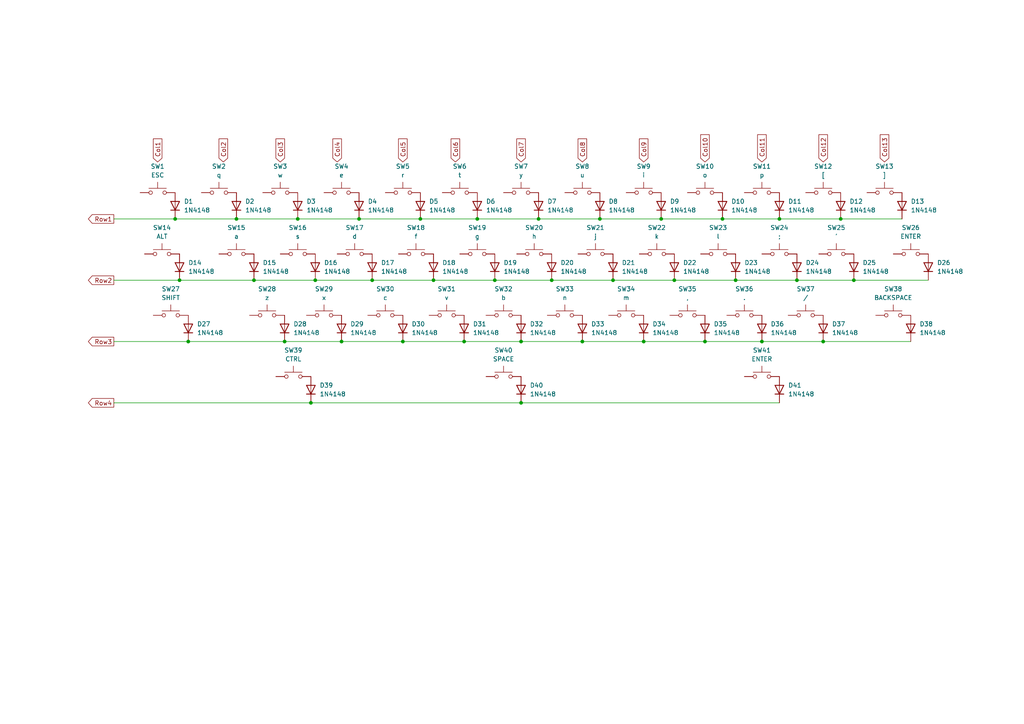
<source format=kicad_sch>
(kicad_sch (version 20250114) (generator "eeschema") (generator_version "9.0")
  (paper "A4")
  (lib_symbols
    (symbol "Diode:1N4148" (pin_numbers (hide yes)) (pin_names (hide yes))
      (property "Reference" "D" (at 0 2.54 0))
      (property "Value" "1N4148" (at 0 -2.54 0))
      (symbol "1N4148_0_1"
        (polyline (pts (xy -1.27 1.27) (xy -1.27 -1.27)) (stroke (width 0.254)))
        (polyline (pts (xy 1.27 1.27) (xy 1.27 -1.27) (xy -1.27 0) (xy 1.27 1.27)) (stroke (width 0.254)))
        (polyline (pts (xy 1.27 0) (xy -1.27 0)))
      )
      (symbol "1N4148_1_1"
        (pin passive line (at -3.81 0 0) (length 2.54) (name "K") (number "1"))
        (pin passive line (at 3.81 0 180) (length 2.54) (name "A") (number "2"))
      )
    )
    (symbol "Switch:SW_MEC_5G" (pin_numbers (hide yes)) (pin_names (offset 1.016) (hide yes))
      (property "Reference" "SW" (at 1.27 2.54 0))
      (property "Value" "SW_MEC_5G" (at 0 -1.524 0))
      (symbol "SW_MEC_5G_0_1"
        (circle (center -2.032 0) (radius 0.508))
        (polyline (pts (xy 0 1.27) (xy 0 3.048)))
        (circle (center 2.032 0) (radius 0.508))
        (polyline (pts (xy 2.54 1.27) (xy -2.54 1.27)))
        (pin passive line (at -5.08 0 0) (length 2.54) (name "A") (number "1"))
        (pin passive line (at 5.08 0 180) (length 2.54) (name "B") (number "3"))
      )
      (symbol "SW_MEC_5G_1_1"
        (pin passive line (at -5.08 0 0) (length 2.54) (hide yes) (name "A") (number "2"))
        (pin passive line (at 5.08 0 180) (length 2.54) (hide yes) (name "B") (number "4"))
      )
    )
  )
  (junction (at 138.43 63.5))
  (junction (at 134.62 99.06))
  (junction (at 226.06 63.5))
  (junction (at 52.07 81.28))
  (junction (at 50.8 63.5))
  (junction (at 143.51 81.28))
  (junction (at 90.17 116.84))
  (junction (at 156.21 63.5))
  (junction (at 231.14 81.28))
  (junction (at 168.91 99.06))
  (junction (at 173.99 63.5))
  (junction (at 220.98 99.06))
  (junction (at 177.8 81.28))
  (junction (at 160.02 81.28))
  (junction (at 107.95 81.28))
  (junction (at 104.14 63.5))
  (junction (at 195.58 81.28))
  (junction (at 247.65 81.28))
  (junction (at 54.61 99.06))
  (junction (at 91.44 81.28))
  (junction (at 86.36 63.5))
  (junction (at 121.92 63.5))
  (junction (at 68.58 63.5))
  (junction (at 238.76 99.06))
  (junction (at 82.55 99.06))
  (junction (at 151.13 116.84))
  (junction (at 125.73 81.28))
  (junction (at 191.77 63.5))
  (junction (at 73.66 81.28))
  (junction (at 99.06 99.06))
  (junction (at 209.55 63.5))
  (junction (at 204.47 99.06))
  (junction (at 213.36 81.28))
  (junction (at 243.84 63.5))
  (junction (at 116.84 99.06))
  (junction (at 186.69 99.06))
  (junction (at 151.13 99.06))
  (wire (pts (xy 238.76 99.06) (xy 264.16 99.06)))
  (wire (pts (xy 125.73 81.28) (xy 143.51 81.28)))
  (wire (pts (xy 73.66 81.28) (xy 91.44 81.28)))
  (wire (pts (xy 243.84 63.5) (xy 261.62 63.5)))
  (wire (pts (xy 116.84 99.06) (xy 134.62 99.06)))
  (wire (pts (xy 33.02 63.5) (xy 50.8 63.5)))
  (wire (pts (xy 91.44 81.28) (xy 107.95 81.28)))
  (wire (pts (xy 143.51 81.28) (xy 160.02 81.28)))
  (wire (pts (xy 121.92 63.5) (xy 138.43 63.5)))
  (wire (pts (xy 151.13 116.84) (xy 226.06 116.84)))
  (wire (pts (xy 86.36 63.5) (xy 104.14 63.5)))
  (wire (pts (xy 220.98 99.06) (xy 238.76 99.06)))
  (wire (pts (xy 195.58 81.28) (xy 213.36 81.28)))
  (wire (pts (xy 138.43 63.5) (xy 156.21 63.5)))
  (wire (pts (xy 68.58 63.5) (xy 86.36 63.5)))
  (wire (pts (xy 54.61 99.06) (xy 82.55 99.06)))
  (wire (pts (xy 156.21 63.5) (xy 173.99 63.5)))
  (wire (pts (xy 186.69 99.06) (xy 204.47 99.06)))
  (wire (pts (xy 50.8 63.5) (xy 68.58 63.5)))
  (wire (pts (xy 231.14 81.28) (xy 247.65 81.28)))
  (wire (pts (xy 33.02 116.84) (xy 90.17 116.84)))
  (wire (pts (xy 226.06 63.5) (xy 243.84 63.5)))
  (wire (pts (xy 209.55 63.5) (xy 226.06 63.5)))
  (wire (pts (xy 134.62 99.06) (xy 151.13 99.06)))
  (wire (pts (xy 173.99 63.5) (xy 191.77 63.5)))
  (wire (pts (xy 33.02 81.28) (xy 52.07 81.28)))
  (wire (pts (xy 82.55 99.06) (xy 99.06 99.06)))
  (wire (pts (xy 151.13 99.06) (xy 168.91 99.06)))
  (wire (pts (xy 104.14 63.5) (xy 121.92 63.5)))
  (wire (pts (xy 177.8 81.28) (xy 195.58 81.28)))
  (wire (pts (xy 213.36 81.28) (xy 231.14 81.28)))
  (wire (pts (xy 33.02 99.06) (xy 54.61 99.06)))
  (wire (pts (xy 168.91 99.06) (xy 186.69 99.06)))
  (wire (pts (xy 52.07 81.28) (xy 73.66 81.28)))
  (wire (pts (xy 191.77 63.5) (xy 209.55 63.5)))
  (wire (pts (xy 90.17 116.84) (xy 151.13 116.84)))
  (wire (pts (xy 247.65 81.28) (xy 269.24 81.28)))
  (wire (pts (xy 107.95 81.28) (xy 125.73 81.28)))
  (wire (pts (xy 99.06 99.06) (xy 116.84 99.06)))
  (wire (pts (xy 204.47 99.06) (xy 220.98 99.06)))
  (wire (pts (xy 160.02 81.28) (xy 177.8 81.28)))
  (global_label "Col13" (shape input) (at 256.54 46.99 90) (property "Intersheetrefs" "${INTERSHEET_REFS}" (effects (hide yes))))
  (global_label "Col1" (shape input) (at 45.72 46.99 90) (property "Intersheetrefs" "${INTERSHEET_REFS}" (effects (hide yes))))
  (global_label "Row4" (shape output) (at 33.02 116.84 180) (property "Intersheetrefs" "${INTERSHEET_REFS}" (effects (hide yes))))
  (global_label "Col2" (shape input) (at 64.77 46.99 90) (property "Intersheetrefs" "${INTERSHEET_REFS}" (effects (hide yes))))
  (global_label "Col8" (shape input) (at 168.91 46.99 90) (property "Intersheetrefs" "${INTERSHEET_REFS}" (effects (hide yes))))
  (global_label "Col3" (shape input) (at 81.28 46.99 90) (property "Intersheetrefs" "${INTERSHEET_REFS}" (effects (hide yes))))
  (global_label "Col11" (shape input) (at 220.98 46.99 90) (property "Intersheetrefs" "${INTERSHEET_REFS}" (effects (hide yes))))
  (global_label "Col7" (shape input) (at 151.13 46.99 90) (property "Intersheetrefs" "${INTERSHEET_REFS}" (effects (hide yes))))
  (global_label "Col6" (shape input) (at 132.08 46.99 90) (property "Intersheetrefs" "${INTERSHEET_REFS}" (effects (hide yes))))
  (global_label "Col12" (shape input) (at 238.76 46.99 90) (property "Intersheetrefs" "${INTERSHEET_REFS}" (effects (hide yes))))
  (global_label "Row2" (shape output) (at 33.02 81.28 180) (property "Intersheetrefs" "${INTERSHEET_REFS}" (effects (hide yes))))
  (global_label "Col9" (shape input) (at 186.69 46.99 90) (property "Intersheetrefs" "${INTERSHEET_REFS}" (effects (hide yes))))
  (global_label "Col5" (shape input) (at 116.84 46.99 90) (property "Intersheetrefs" "${INTERSHEET_REFS}" (effects (hide yes))))
  (global_label "Row3" (shape output) (at 33.02 99.06 180) (property "Intersheetrefs" "${INTERSHEET_REFS}" (effects (hide yes))))
  (global_label "Row1" (shape output) (at 33.02 63.5 180) (property "Intersheetrefs" "${INTERSHEET_REFS}" (effects (hide yes))))
  (global_label "Col10" (shape input) (at 204.47 46.99 90) (property "Intersheetrefs" "${INTERSHEET_REFS}" (effects (hide yes))))
  (global_label "Col4" (shape input) (at 97.79 46.99 90) (property "Intersheetrefs" "${INTERSHEET_REFS}" (effects (hide yes))))
  (symbol (lib_id "Diode:1N4148") (at 82.55 95.25 90) (unit 1)
    (property "Reference" "D28" (at 85.09 93.9799 90) (effects (justify right)))
    (property "Value" "1N4148" (at 85.09 96.5199 90) (effects (justify right)))
    (property "Footprint" "Diode_THT:D_DO-35_SOD27_P7.62mm_Horizontal" (effects (hide yes)))
    (property "Datasheet" "https://assets.nexperia.com/documents/data-sheet/1N4148_1N4448.pdf" (effects (hide yes)))
    (property "Description" "100V 0.15A standard switching diode, DO-35" (effects (hide yes)))
    (property "Sim.Device" "D" (effects (hide yes)))
    (property "Sim.Pins" "1=K 2=A" (effects (hide yes)))
  )
  (symbol (lib_id "Switch:SW_MEC_5G") (at 215.9 91.44 0) (unit 1)
    (property "Reference" "SW36" (at 215.9 83.82 0))
    (property "Value" "." (at 215.9 86.36 0))
    (property "Datasheet" "http://www.apem.com/int/index.php?controller=attachment&id_attachment=488" (effects (hide yes)))
    (property "Description" "MEC 5G single pole normally-open tactile switch" (effects (hide yes)))
  )
  (symbol (lib_id "Switch:SW_MEC_5G") (at 99.06 55.88 0) (unit 1)
    (property "Reference" "SW4" (at 99.06 48.26 0))
    (property "Value" "e" (at 99.06 50.8 0))
    (property "Datasheet" "http://www.apem.com/int/index.php?controller=attachment&id_attachment=488" (effects (hide yes)))
    (property "Description" "MEC 5G single pole normally-open tactile switch" (effects (hide yes)))
  )
  (symbol (lib_id "Diode:1N4148") (at 191.77 59.69 90) (unit 1)
    (property "Reference" "D9" (at 194.31 58.4199 90) (effects (justify right)))
    (property "Value" "1N4148" (at 194.31 60.9599 90) (effects (justify right)))
    (property "Footprint" "Diode_THT:D_DO-35_SOD27_P7.62mm_Horizontal" (effects (hide yes)))
    (property "Datasheet" "https://assets.nexperia.com/documents/data-sheet/1N4148_1N4448.pdf" (effects (hide yes)))
    (property "Description" "100V 0.15A standard switching diode, DO-35" (effects (hide yes)))
    (property "Sim.Device" "D" (effects (hide yes)))
    (property "Sim.Pins" "1=K 2=A" (effects (hide yes)))
  )
  (symbol (lib_id "Switch:SW_MEC_5G") (at 138.43 73.66 0) (unit 1)
    (property "Reference" "SW19" (at 138.43 66.04 0))
    (property "Value" "g" (at 138.43 68.58 0))
    (property "Datasheet" "http://www.apem.com/int/index.php?controller=attachment&id_attachment=488" (effects (hide yes)))
    (property "Description" "MEC 5G single pole normally-open tactile switch" (effects (hide yes)))
  )
  (symbol (lib_id "Switch:SW_MEC_5G") (at 259.08 91.44 0) (unit 1)
    (property "Reference" "SW38" (at 259.08 83.82 0))
    (property "Value" "BACKSPACE" (at 259.08 86.36 0))
    (property "Datasheet" "http://www.apem.com/int/index.php?controller=attachment&id_attachment=488" (effects (hide yes)))
    (property "Description" "MEC 5G single pole normally-open tactile switch" (effects (hide yes)))
  )
  (symbol (lib_id "Switch:SW_MEC_5G") (at 77.47 91.44 0) (unit 1)
    (property "Reference" "SW28" (at 77.47 83.82 0))
    (property "Value" "z" (at 77.47 86.36 0))
    (property "Datasheet" "http://www.apem.com/int/index.php?controller=attachment&id_attachment=488" (effects (hide yes)))
    (property "Description" "MEC 5G single pole normally-open tactile switch" (effects (hide yes)))
  )
  (symbol (lib_id "Switch:SW_MEC_5G") (at 256.54 55.88 0) (unit 1)
    (property "Reference" "SW13" (at 256.54 48.26 0))
    (property "Value" "]" (at 256.54 50.8 0))
    (property "Datasheet" "http://www.apem.com/int/index.php?controller=attachment&id_attachment=488" (effects (hide yes)))
    (property "Description" "MEC 5G single pole normally-open tactile switch" (effects (hide yes)))
  )
  (symbol (lib_id "Switch:SW_MEC_5G") (at 172.72 73.66 0) (unit 1)
    (property "Reference" "SW21" (at 172.72 66.04 0))
    (property "Value" "j" (at 172.72 68.58 0))
    (property "Datasheet" "http://www.apem.com/int/index.php?controller=attachment&id_attachment=488" (effects (hide yes)))
    (property "Description" "MEC 5G single pole normally-open tactile switch" (effects (hide yes)))
  )
  (symbol (lib_id "Switch:SW_MEC_5G") (at 220.98 55.88 0) (unit 1)
    (property "Reference" "SW11" (at 220.98 48.26 0))
    (property "Value" "p" (at 220.98 50.8 0))
    (property "Datasheet" "http://www.apem.com/int/index.php?controller=attachment&id_attachment=488" (effects (hide yes)))
    (property "Description" "MEC 5G single pole normally-open tactile switch" (effects (hide yes)))
  )
  (symbol (lib_id "Diode:1N4148") (at 73.66 77.47 90) (unit 1)
    (property "Reference" "D15" (at 76.2 76.1999 90) (effects (justify right)))
    (property "Value" "1N4148" (at 76.2 78.7399 90) (effects (justify right)))
    (property "Footprint" "Diode_THT:D_DO-35_SOD27_P7.62mm_Horizontal" (effects (hide yes)))
    (property "Datasheet" "https://assets.nexperia.com/documents/data-sheet/1N4148_1N4448.pdf" (effects (hide yes)))
    (property "Description" "100V 0.15A standard switching diode, DO-35" (effects (hide yes)))
    (property "Sim.Device" "D" (effects (hide yes)))
    (property "Sim.Pins" "1=K 2=A" (effects (hide yes)))
  )
  (symbol (lib_id "Diode:1N4148") (at 209.55 59.69 90) (unit 1)
    (property "Reference" "D10" (at 212.09 58.4199 90) (effects (justify right)))
    (property "Value" "1N4148" (at 212.09 60.9599 90) (effects (justify right)))
    (property "Footprint" "Diode_THT:D_DO-35_SOD27_P7.62mm_Horizontal" (effects (hide yes)))
    (property "Datasheet" "https://assets.nexperia.com/documents/data-sheet/1N4148_1N4448.pdf" (effects (hide yes)))
    (property "Description" "100V 0.15A standard switching diode, DO-35" (effects (hide yes)))
    (property "Sim.Device" "D" (effects (hide yes)))
    (property "Sim.Pins" "1=K 2=A" (effects (hide yes)))
  )
  (symbol (lib_id "Diode:1N4148") (at 220.98 95.25 90) (unit 1)
    (property "Reference" "D36" (at 223.52 93.9799 90) (effects (justify right)))
    (property "Value" "1N4148" (at 223.52 96.5199 90) (effects (justify right)))
    (property "Footprint" "Diode_THT:D_DO-35_SOD27_P7.62mm_Horizontal" (effects (hide yes)))
    (property "Datasheet" "https://assets.nexperia.com/documents/data-sheet/1N4148_1N4448.pdf" (effects (hide yes)))
    (property "Description" "100V 0.15A standard switching diode, DO-35" (effects (hide yes)))
    (property "Sim.Device" "D" (effects (hide yes)))
    (property "Sim.Pins" "1=K 2=A" (effects (hide yes)))
  )
  (symbol (lib_id "Switch:SW_MEC_5G") (at 186.69 55.88 0) (unit 1)
    (property "Reference" "SW9" (at 186.69 48.26 0))
    (property "Value" "i" (at 186.69 50.8 0))
    (property "Datasheet" "http://www.apem.com/int/index.php?controller=attachment&id_attachment=488" (effects (hide yes)))
    (property "Description" "MEC 5G single pole normally-open tactile switch" (effects (hide yes)))
  )
  (symbol (lib_id "Diode:1N4148") (at 99.06 95.25 90) (unit 1)
    (property "Reference" "D29" (at 101.6 93.9799 90) (effects (justify right)))
    (property "Value" "1N4148" (at 101.6 96.5199 90) (effects (justify right)))
    (property "Footprint" "Diode_THT:D_DO-35_SOD27_P7.62mm_Horizontal" (effects (hide yes)))
    (property "Datasheet" "https://assets.nexperia.com/documents/data-sheet/1N4148_1N4448.pdf" (effects (hide yes)))
    (property "Description" "100V 0.15A standard switching diode, DO-35" (effects (hide yes)))
    (property "Sim.Device" "D" (effects (hide yes)))
    (property "Sim.Pins" "1=K 2=A" (effects (hide yes)))
  )
  (symbol (lib_id "Switch:SW_MEC_5G") (at 49.53 91.44 0) (unit 1)
    (property "Reference" "SW27" (at 49.53 83.82 0))
    (property "Value" "SHIFT" (at 49.53 86.36 0))
    (property "Datasheet" "http://www.apem.com/int/index.php?controller=attachment&id_attachment=488" (effects (hide yes)))
    (property "Description" "MEC 5G single pole normally-open tactile switch" (effects (hide yes)))
  )
  (symbol (lib_id "Diode:1N4148") (at 86.36 59.69 90) (unit 1)
    (property "Reference" "D3" (at 88.9 58.4199 90) (effects (justify right)))
    (property "Value" "1N4148" (at 88.9 60.9599 90) (effects (justify right)))
    (property "Footprint" "Diode_THT:D_DO-35_SOD27_P7.62mm_Horizontal" (effects (hide yes)))
    (property "Datasheet" "https://assets.nexperia.com/documents/data-sheet/1N4148_1N4448.pdf" (effects (hide yes)))
    (property "Description" "100V 0.15A standard switching diode, DO-35" (effects (hide yes)))
    (property "Sim.Device" "D" (effects (hide yes)))
    (property "Sim.Pins" "1=K 2=A" (effects (hide yes)))
  )
  (symbol (lib_id "Diode:1N4148") (at 226.06 59.69 90) (unit 1)
    (property "Reference" "D11" (at 228.6 58.4199 90) (effects (justify right)))
    (property "Value" "1N4148" (at 228.6 60.9599 90) (effects (justify right)))
    (property "Footprint" "Diode_THT:D_DO-35_SOD27_P7.62mm_Horizontal" (effects (hide yes)))
    (property "Datasheet" "https://assets.nexperia.com/documents/data-sheet/1N4148_1N4448.pdf" (effects (hide yes)))
    (property "Description" "100V 0.15A standard switching diode, DO-35" (effects (hide yes)))
    (property "Sim.Device" "D" (effects (hide yes)))
    (property "Sim.Pins" "1=K 2=A" (effects (hide yes)))
  )
  (symbol (lib_id "Diode:1N4148") (at 134.62 95.25 90) (unit 1)
    (property "Reference" "D31" (at 137.16 93.9799 90) (effects (justify right)))
    (property "Value" "1N4148" (at 137.16 96.5199 90) (effects (justify right)))
    (property "Footprint" "Diode_THT:D_DO-35_SOD27_P7.62mm_Horizontal" (effects (hide yes)))
    (property "Datasheet" "https://assets.nexperia.com/documents/data-sheet/1N4148_1N4448.pdf" (effects (hide yes)))
    (property "Description" "100V 0.15A standard switching diode, DO-35" (effects (hide yes)))
    (property "Sim.Device" "D" (effects (hide yes)))
    (property "Sim.Pins" "1=K 2=A" (effects (hide yes)))
  )
  (symbol (lib_id "Diode:1N4148") (at 226.06 113.03 90) (unit 1)
    (property "Reference" "D41" (at 228.6 111.7599 90) (effects (justify right)))
    (property "Value" "1N4148" (at 228.6 114.2999 90) (effects (justify right)))
    (property "Footprint" "Diode_THT:D_DO-35_SOD27_P7.62mm_Horizontal" (effects (hide yes)))
    (property "Datasheet" "https://assets.nexperia.com/documents/data-sheet/1N4148_1N4448.pdf" (effects (hide yes)))
    (property "Description" "100V 0.15A standard switching diode, DO-35" (effects (hide yes)))
    (property "Sim.Device" "D" (effects (hide yes)))
    (property "Sim.Pins" "1=K 2=A" (effects (hide yes)))
  )
  (symbol (lib_id "Switch:SW_MEC_5G") (at 154.94 73.66 0) (unit 1)
    (property "Reference" "SW20" (at 154.94 66.04 0))
    (property "Value" "h" (at 154.94 68.58 0))
    (property "Datasheet" "http://www.apem.com/int/index.php?controller=attachment&id_attachment=488" (effects (hide yes)))
    (property "Description" "MEC 5G single pole normally-open tactile switch" (effects (hide yes)))
  )
  (symbol (lib_id "Diode:1N4148") (at 213.36 77.47 90) (unit 1)
    (property "Reference" "D23" (at 215.9 76.1999 90) (effects (justify right)))
    (property "Value" "1N4148" (at 215.9 78.7399 90) (effects (justify right)))
    (property "Footprint" "Diode_THT:D_DO-35_SOD27_P7.62mm_Horizontal" (effects (hide yes)))
    (property "Datasheet" "https://assets.nexperia.com/documents/data-sheet/1N4148_1N4448.pdf" (effects (hide yes)))
    (property "Description" "100V 0.15A standard switching diode, DO-35" (effects (hide yes)))
    (property "Sim.Device" "D" (effects (hide yes)))
    (property "Sim.Pins" "1=K 2=A" (effects (hide yes)))
  )
  (symbol (lib_id "Switch:SW_MEC_5G") (at 226.06 73.66 0) (unit 1)
    (property "Reference" "SW24" (at 226.06 66.04 0))
    (property "Value" ";" (at 226.06 68.58 0))
    (property "Datasheet" "http://www.apem.com/int/index.php?controller=attachment&id_attachment=488" (effects (hide yes)))
    (property "Description" "MEC 5G single pole normally-open tactile switch" (effects (hide yes)))
  )
  (symbol (lib_id "Switch:SW_MEC_5G") (at 81.28 55.88 0) (unit 1)
    (property "Reference" "SW3" (at 81.28 48.26 0))
    (property "Value" "w" (at 81.28 50.8 0))
    (property "Datasheet" "http://www.apem.com/int/index.php?controller=attachment&id_attachment=488" (effects (hide yes)))
    (property "Description" "MEC 5G single pole normally-open tactile switch" (effects (hide yes)))
  )
  (symbol (lib_id "Diode:1N4148") (at 125.73 77.47 90) (unit 1)
    (property "Reference" "D18" (at 128.27 76.1999 90) (effects (justify right)))
    (property "Value" "1N4148" (at 128.27 78.7399 90) (effects (justify right)))
    (property "Footprint" "Diode_THT:D_DO-35_SOD27_P7.62mm_Horizontal" (effects (hide yes)))
    (property "Datasheet" "https://assets.nexperia.com/documents/data-sheet/1N4148_1N4448.pdf" (effects (hide yes)))
    (property "Description" "100V 0.15A standard switching diode, DO-35" (effects (hide yes)))
    (property "Sim.Device" "D" (effects (hide yes)))
    (property "Sim.Pins" "1=K 2=A" (effects (hide yes)))
  )
  (symbol (lib_id "Switch:SW_MEC_5G") (at 233.68 91.44 0) (unit 1)
    (property "Reference" "SW37" (at 233.68 83.82 0))
    (property "Value" "/" (at 233.68 86.36 0))
    (property "Datasheet" "http://www.apem.com/int/index.php?controller=attachment&id_attachment=488" (effects (hide yes)))
    (property "Description" "MEC 5G single pole normally-open tactile switch" (effects (hide yes)))
  )
  (symbol (lib_id "Switch:SW_MEC_5G") (at 116.84 55.88 0) (unit 1)
    (property "Reference" "SW5" (at 116.84 48.26 0))
    (property "Value" "r" (at 116.84 50.8 0))
    (property "Datasheet" "http://www.apem.com/int/index.php?controller=attachment&id_attachment=488" (effects (hide yes)))
    (property "Description" "MEC 5G single pole normally-open tactile switch" (effects (hide yes)))
  )
  (symbol (lib_id "Diode:1N4148") (at 160.02 77.47 90) (unit 1)
    (property "Reference" "D20" (at 162.56 76.1999 90) (effects (justify right)))
    (property "Value" "1N4148" (at 162.56 78.7399 90) (effects (justify right)))
    (property "Footprint" "Diode_THT:D_DO-35_SOD27_P7.62mm_Horizontal" (effects (hide yes)))
    (property "Datasheet" "https://assets.nexperia.com/documents/data-sheet/1N4148_1N4448.pdf" (effects (hide yes)))
    (property "Description" "100V 0.15A standard switching diode, DO-35" (effects (hide yes)))
    (property "Sim.Device" "D" (effects (hide yes)))
    (property "Sim.Pins" "1=K 2=A" (effects (hide yes)))
  )
  (symbol (lib_id "Switch:SW_MEC_5G") (at 199.39 91.44 0) (unit 1)
    (property "Reference" "SW35" (at 199.39 83.82 0))
    (property "Value" "," (at 199.39 86.36 0))
    (property "Datasheet" "http://www.apem.com/int/index.php?controller=attachment&id_attachment=488" (effects (hide yes)))
    (property "Description" "MEC 5G single pole normally-open tactile switch" (effects (hide yes)))
  )
  (symbol (lib_id "Switch:SW_MEC_5G") (at 111.76 91.44 0) (unit 1)
    (property "Reference" "SW30" (at 111.76 83.82 0))
    (property "Value" "c" (at 111.76 86.36 0))
    (property "Datasheet" "http://www.apem.com/int/index.php?controller=attachment&id_attachment=488" (effects (hide yes)))
    (property "Description" "MEC 5G single pole normally-open tactile switch" (effects (hide yes)))
  )
  (symbol (lib_id "Diode:1N4148") (at 204.47 95.25 90) (unit 1)
    (property "Reference" "D35" (at 207.01 93.9799 90) (effects (justify right)))
    (property "Value" "1N4148" (at 207.01 96.5199 90) (effects (justify right)))
    (property "Footprint" "Diode_THT:D_DO-35_SOD27_P7.62mm_Horizontal" (effects (hide yes)))
    (property "Datasheet" "https://assets.nexperia.com/documents/data-sheet/1N4148_1N4448.pdf" (effects (hide yes)))
    (property "Description" "100V 0.15A standard switching diode, DO-35" (effects (hide yes)))
    (property "Sim.Device" "D" (effects (hide yes)))
    (property "Sim.Pins" "1=K 2=A" (effects (hide yes)))
  )
  (symbol (lib_id "Diode:1N4148") (at 231.14 77.47 90) (unit 1)
    (property "Reference" "D24" (at 233.68 76.1999 90) (effects (justify right)))
    (property "Value" "1N4148" (at 233.68 78.7399 90) (effects (justify right)))
    (property "Footprint" "Diode_THT:D_DO-35_SOD27_P7.62mm_Horizontal" (effects (hide yes)))
    (property "Datasheet" "https://assets.nexperia.com/documents/data-sheet/1N4148_1N4448.pdf" (effects (hide yes)))
    (property "Description" "100V 0.15A standard switching diode, DO-35" (effects (hide yes)))
    (property "Sim.Device" "D" (effects (hide yes)))
    (property "Sim.Pins" "1=K 2=A" (effects (hide yes)))
  )
  (symbol (lib_id "Switch:SW_MEC_5G") (at 264.16 73.66 0) (unit 1)
    (property "Reference" "SW26" (at 264.16 66.04 0))
    (property "Value" "ENTER" (at 264.16 68.58 0))
    (property "Datasheet" "http://www.apem.com/int/index.php?controller=attachment&id_attachment=488" (effects (hide yes)))
    (property "Description" "MEC 5G single pole normally-open tactile switch" (effects (hide yes)))
  )
  (symbol (lib_id "Switch:SW_MEC_5G") (at 68.58 73.66 0) (unit 1)
    (property "Reference" "SW15" (at 68.58 66.04 0))
    (property "Value" "a" (at 68.58 68.58 0))
    (property "Datasheet" "http://www.apem.com/int/index.php?controller=attachment&id_attachment=488" (effects (hide yes)))
    (property "Description" "MEC 5G single pole normally-open tactile switch" (effects (hide yes)))
  )
  (symbol (lib_id "Switch:SW_MEC_5G") (at 102.87 73.66 0) (unit 1)
    (property "Reference" "SW17" (at 102.87 66.04 0))
    (property "Value" "d" (at 102.87 68.58 0))
    (property "Datasheet" "http://www.apem.com/int/index.php?controller=attachment&id_attachment=488" (effects (hide yes)))
    (property "Description" "MEC 5G single pole normally-open tactile switch" (effects (hide yes)))
  )
  (symbol (lib_id "Diode:1N4148") (at 186.69 95.25 90) (unit 1)
    (property "Reference" "D34" (at 189.23 93.9799 90) (effects (justify right)))
    (property "Value" "1N4148" (at 189.23 96.5199 90) (effects (justify right)))
    (property "Footprint" "Diode_THT:D_DO-35_SOD27_P7.62mm_Horizontal" (effects (hide yes)))
    (property "Datasheet" "https://assets.nexperia.com/documents/data-sheet/1N4148_1N4448.pdf" (effects (hide yes)))
    (property "Description" "100V 0.15A standard switching diode, DO-35" (effects (hide yes)))
    (property "Sim.Device" "D" (effects (hide yes)))
    (property "Sim.Pins" "1=K 2=A" (effects (hide yes)))
  )
  (symbol (lib_id "Diode:1N4148") (at 243.84 59.69 90) (unit 1)
    (property "Reference" "D12" (at 246.38 58.4199 90) (effects (justify right)))
    (property "Value" "1N4148" (at 246.38 60.9599 90) (effects (justify right)))
    (property "Footprint" "Diode_THT:D_DO-35_SOD27_P7.62mm_Horizontal" (effects (hide yes)))
    (property "Datasheet" "https://assets.nexperia.com/documents/data-sheet/1N4148_1N4448.pdf" (effects (hide yes)))
    (property "Description" "100V 0.15A standard switching diode, DO-35" (effects (hide yes)))
    (property "Sim.Device" "D" (effects (hide yes)))
    (property "Sim.Pins" "1=K 2=A" (effects (hide yes)))
  )
  (symbol (lib_id "Diode:1N4148") (at 195.58 77.47 90) (unit 1)
    (property "Reference" "D22" (at 198.12 76.1999 90) (effects (justify right)))
    (property "Value" "1N4148" (at 198.12 78.7399 90) (effects (justify right)))
    (property "Footprint" "Diode_THT:D_DO-35_SOD27_P7.62mm_Horizontal" (effects (hide yes)))
    (property "Datasheet" "https://assets.nexperia.com/documents/data-sheet/1N4148_1N4448.pdf" (effects (hide yes)))
    (property "Description" "100V 0.15A standard switching diode, DO-35" (effects (hide yes)))
    (property "Sim.Device" "D" (effects (hide yes)))
    (property "Sim.Pins" "1=K 2=A" (effects (hide yes)))
  )
  (symbol (lib_id "Switch:SW_MEC_5G") (at 45.72 55.88 0) (unit 1)
    (property "Reference" "SW1" (at 45.72 48.26 0))
    (property "Value" "ESC" (at 45.72 50.8 0))
    (property "Datasheet" "http://www.apem.com/int/index.php?controller=attachment&id_attachment=488" (effects (hide yes)))
    (property "Description" "MEC 5G single pole normally-open tactile switch" (effects (hide yes)))
  )
  (symbol (lib_id "Diode:1N4148") (at 261.62 59.69 90) (unit 1)
    (property "Reference" "D13" (at 264.16 58.4199 90) (effects (justify right)))
    (property "Value" "1N4148" (at 264.16 60.9599 90) (effects (justify right)))
    (property "Footprint" "Diode_THT:D_DO-35_SOD27_P7.62mm_Horizontal" (effects (hide yes)))
    (property "Datasheet" "https://assets.nexperia.com/documents/data-sheet/1N4148_1N4448.pdf" (effects (hide yes)))
    (property "Description" "100V 0.15A standard switching diode, DO-35" (effects (hide yes)))
    (property "Sim.Device" "D" (effects (hide yes)))
    (property "Sim.Pins" "1=K 2=A" (effects (hide yes)))
  )
  (symbol (lib_id "Diode:1N4148") (at 247.65 77.47 90) (unit 1)
    (property "Reference" "D25" (at 250.19 76.1999 90) (effects (justify right)))
    (property "Value" "1N4148" (at 250.19 78.7399 90) (effects (justify right)))
    (property "Footprint" "Diode_THT:D_DO-35_SOD27_P7.62mm_Horizontal" (effects (hide yes)))
    (property "Datasheet" "https://assets.nexperia.com/documents/data-sheet/1N4148_1N4448.pdf" (effects (hide yes)))
    (property "Description" "100V 0.15A standard switching diode, DO-35" (effects (hide yes)))
    (property "Sim.Device" "D" (effects (hide yes)))
    (property "Sim.Pins" "1=K 2=A" (effects (hide yes)))
  )
  (symbol (lib_id "Diode:1N4148") (at 143.51 77.47 90) (unit 1)
    (property "Reference" "D19" (at 146.05 76.1999 90) (effects (justify right)))
    (property "Value" "1N4148" (at 146.05 78.7399 90) (effects (justify right)))
    (property "Footprint" "Diode_THT:D_DO-35_SOD27_P7.62mm_Horizontal" (effects (hide yes)))
    (property "Datasheet" "https://assets.nexperia.com/documents/data-sheet/1N4148_1N4448.pdf" (effects (hide yes)))
    (property "Description" "100V 0.15A standard switching diode, DO-35" (effects (hide yes)))
    (property "Sim.Device" "D" (effects (hide yes)))
    (property "Sim.Pins" "1=K 2=A" (effects (hide yes)))
  )
  (symbol (lib_id "Diode:1N4148") (at 151.13 113.03 90) (unit 1)
    (property "Reference" "D40" (at 153.67 111.7599 90) (effects (justify right)))
    (property "Value" "1N4148" (at 153.67 114.2999 90) (effects (justify right)))
    (property "Footprint" "Diode_THT:D_DO-35_SOD27_P7.62mm_Horizontal" (effects (hide yes)))
    (property "Datasheet" "https://assets.nexperia.com/documents/data-sheet/1N4148_1N4448.pdf" (effects (hide yes)))
    (property "Description" "100V 0.15A standard switching diode, DO-35" (effects (hide yes)))
    (property "Sim.Device" "D" (effects (hide yes)))
    (property "Sim.Pins" "1=K 2=A" (effects (hide yes)))
  )
  (symbol (lib_id "Diode:1N4148") (at 173.99 59.69 90) (unit 1)
    (property "Reference" "D8" (at 176.53 58.4199 90) (effects (justify right)))
    (property "Value" "1N4148" (at 176.53 60.9599 90) (effects (justify right)))
    (property "Footprint" "Diode_THT:D_DO-35_SOD27_P7.62mm_Horizontal" (effects (hide yes)))
    (property "Datasheet" "https://assets.nexperia.com/documents/data-sheet/1N4148_1N4448.pdf" (effects (hide yes)))
    (property "Description" "100V 0.15A standard switching diode, DO-35" (effects (hide yes)))
    (property "Sim.Device" "D" (effects (hide yes)))
    (property "Sim.Pins" "1=K 2=A" (effects (hide yes)))
  )
  (symbol (lib_id "Switch:SW_MEC_5G") (at 204.47 55.88 0) (unit 1)
    (property "Reference" "SW10" (at 204.47 48.26 0))
    (property "Value" "o" (at 204.47 50.8 0))
    (property "Datasheet" "http://www.apem.com/int/index.php?controller=attachment&id_attachment=488" (effects (hide yes)))
    (property "Description" "MEC 5G single pole normally-open tactile switch" (effects (hide yes)))
  )
  (symbol (lib_id "Switch:SW_MEC_5G") (at 129.54 91.44 0) (unit 1)
    (property "Reference" "SW31" (at 129.54 83.82 0))
    (property "Value" "v" (at 129.54 86.36 0))
    (property "Datasheet" "http://www.apem.com/int/index.php?controller=attachment&id_attachment=488" (effects (hide yes)))
    (property "Description" "MEC 5G single pole normally-open tactile switch" (effects (hide yes)))
  )
  (symbol (lib_id "Diode:1N4148") (at 91.44 77.47 90) (unit 1)
    (property "Reference" "D16" (at 93.98 76.1999 90) (effects (justify right)))
    (property "Value" "1N4148" (at 93.98 78.7399 90) (effects (justify right)))
    (property "Footprint" "Diode_THT:D_DO-35_SOD27_P7.62mm_Horizontal" (effects (hide yes)))
    (property "Datasheet" "https://assets.nexperia.com/documents/data-sheet/1N4148_1N4448.pdf" (effects (hide yes)))
    (property "Description" "100V 0.15A standard switching diode, DO-35" (effects (hide yes)))
    (property "Sim.Device" "D" (effects (hide yes)))
    (property "Sim.Pins" "1=K 2=A" (effects (hide yes)))
  )
  (symbol (lib_id "Switch:SW_MEC_5G") (at 85.09 109.22 0) (unit 1)
    (property "Reference" "SW39" (at 85.09 101.6 0))
    (property "Value" "CTRL" (at 85.09 104.14 0))
    (property "Datasheet" "http://www.apem.com/int/index.php?controller=attachment&id_attachment=488" (effects (hide yes)))
    (property "Description" "MEC 5G single pole normally-open tactile switch" (effects (hide yes)))
  )
  (symbol (lib_id "Diode:1N4148") (at 50.8 59.69 90) (unit 1)
    (property "Reference" "D1" (at 53.34 58.4199 90) (effects (justify right)))
    (property "Value" "1N4148" (at 53.34 60.9599 90) (effects (justify right)))
    (property "Footprint" "Diode_THT:D_DO-35_SOD27_P7.62mm_Horizontal" (effects (hide yes)))
    (property "Datasheet" "https://assets.nexperia.com/documents/data-sheet/1N4148_1N4448.pdf" (effects (hide yes)))
    (property "Description" "100V 0.15A standard switching diode, DO-35" (effects (hide yes)))
    (property "Sim.Device" "D" (effects (hide yes)))
    (property "Sim.Pins" "1=K 2=A" (effects (hide yes)))
  )
  (symbol (lib_id "Diode:1N4148") (at 151.13 95.25 90) (unit 1)
    (property "Reference" "D32" (at 153.67 93.9799 90) (effects (justify right)))
    (property "Value" "1N4148" (at 153.67 96.5199 90) (effects (justify right)))
    (property "Footprint" "Diode_THT:D_DO-35_SOD27_P7.62mm_Horizontal" (effects (hide yes)))
    (property "Datasheet" "https://assets.nexperia.com/documents/data-sheet/1N4148_1N4448.pdf" (effects (hide yes)))
    (property "Description" "100V 0.15A standard switching diode, DO-35" (effects (hide yes)))
    (property "Sim.Device" "D" (effects (hide yes)))
    (property "Sim.Pins" "1=K 2=A" (effects (hide yes)))
  )
  (symbol (lib_id "Switch:SW_MEC_5G") (at 190.5 73.66 0) (unit 1)
    (property "Reference" "SW22" (at 190.5 66.04 0))
    (property "Value" "k" (at 190.5 68.58 0))
    (property "Datasheet" "http://www.apem.com/int/index.php?controller=attachment&id_attachment=488" (effects (hide yes)))
    (property "Description" "MEC 5G single pole normally-open tactile switch" (effects (hide yes)))
  )
  (symbol (lib_id "Switch:SW_MEC_5G") (at 63.5 55.88 0) (unit 1)
    (property "Reference" "SW2" (at 63.5 48.26 0))
    (property "Value" "q" (at 63.5 50.8 0))
    (property "Datasheet" "http://www.apem.com/int/index.php?controller=attachment&id_attachment=488" (effects (hide yes)))
    (property "Description" "MEC 5G single pole normally-open tactile switch" (effects (hide yes)))
  )
  (symbol (lib_id "Switch:SW_MEC_5G") (at 120.65 73.66 0) (unit 1)
    (property "Reference" "SW18" (at 120.65 66.04 0))
    (property "Value" "f" (at 120.65 68.58 0))
    (property "Datasheet" "http://www.apem.com/int/index.php?controller=attachment&id_attachment=488" (effects (hide yes)))
    (property "Description" "MEC 5G single pole normally-open tactile switch" (effects (hide yes)))
  )
  (symbol (lib_id "Diode:1N4148") (at 52.07 77.47 90) (unit 1)
    (property "Reference" "D14" (at 54.61 76.1999 90) (effects (justify right)))
    (property "Value" "1N4148" (at 54.61 78.7399 90) (effects (justify right)))
    (property "Footprint" "Diode_THT:D_DO-35_SOD27_P7.62mm_Horizontal" (effects (hide yes)))
    (property "Datasheet" "https://assets.nexperia.com/documents/data-sheet/1N4148_1N4448.pdf" (effects (hide yes)))
    (property "Description" "100V 0.15A standard switching diode, DO-35" (effects (hide yes)))
    (property "Sim.Device" "D" (effects (hide yes)))
    (property "Sim.Pins" "1=K 2=A" (effects (hide yes)))
  )
  (symbol (lib_id "Switch:SW_MEC_5G") (at 133.35 55.88 0) (unit 1)
    (property "Reference" "SW6" (at 133.35 48.26 0))
    (property "Value" "t" (at 133.35 50.8 0))
    (property "Datasheet" "http://www.apem.com/int/index.php?controller=attachment&id_attachment=488" (effects (hide yes)))
    (property "Description" "MEC 5G single pole normally-open tactile switch" (effects (hide yes)))
  )
  (symbol (lib_id "Switch:SW_MEC_5G") (at 220.98 109.22 0) (unit 1)
    (property "Reference" "SW41" (at 220.98 101.6 0))
    (property "Value" "ENTER" (at 220.98 104.14 0))
    (property "Datasheet" "http://www.apem.com/int/index.php?controller=attachment&id_attachment=488" (effects (hide yes)))
    (property "Description" "MEC 5G single pole normally-open tactile switch" (effects (hide yes)))
  )
  (symbol (lib_id "Switch:SW_MEC_5G") (at 146.05 109.22 0) (unit 1)
    (property "Reference" "SW40" (at 146.05 101.6 0))
    (property "Value" "SPACE" (at 146.05 104.14 0))
    (property "Datasheet" "http://www.apem.com/int/index.php?controller=attachment&id_attachment=488" (effects (hide yes)))
    (property "Description" "MEC 5G single pole normally-open tactile switch" (effects (hide yes)))
  )
  (symbol (lib_id "Switch:SW_MEC_5G") (at 163.83 91.44 0) (unit 1)
    (property "Reference" "SW33" (at 163.83 83.82 0))
    (property "Value" "n" (at 163.83 86.36 0))
    (property "Datasheet" "http://www.apem.com/int/index.php?controller=attachment&id_attachment=488" (effects (hide yes)))
    (property "Description" "MEC 5G single pole normally-open tactile switch" (effects (hide yes)))
  )
  (symbol (lib_id "Diode:1N4148") (at 269.24 77.47 90) (unit 1)
    (property "Reference" "D26" (at 271.78 76.1999 90) (effects (justify right)))
    (property "Value" "1N4148" (at 271.78 78.7399 90) (effects (justify right)))
    (property "Footprint" "Diode_THT:D_DO-35_SOD27_P7.62mm_Horizontal" (effects (hide yes)))
    (property "Datasheet" "https://assets.nexperia.com/documents/data-sheet/1N4148_1N4448.pdf" (effects (hide yes)))
    (property "Description" "100V 0.15A standard switching diode, DO-35" (effects (hide yes)))
    (property "Sim.Device" "D" (effects (hide yes)))
    (property "Sim.Pins" "1=K 2=A" (effects (hide yes)))
  )
  (symbol (lib_id "Diode:1N4148") (at 107.95 77.47 90) (unit 1)
    (property "Reference" "D17" (at 110.49 76.1999 90) (effects (justify right)))
    (property "Value" "1N4148" (at 110.49 78.7399 90) (effects (justify right)))
    (property "Footprint" "Diode_THT:D_DO-35_SOD27_P7.62mm_Horizontal" (effects (hide yes)))
    (property "Datasheet" "https://assets.nexperia.com/documents/data-sheet/1N4148_1N4448.pdf" (effects (hide yes)))
    (property "Description" "100V 0.15A standard switching diode, DO-35" (effects (hide yes)))
    (property "Sim.Device" "D" (effects (hide yes)))
    (property "Sim.Pins" "1=K 2=A" (effects (hide yes)))
  )
  (symbol (lib_id "Diode:1N4148") (at 156.21 59.69 90) (unit 1)
    (property "Reference" "D7" (at 158.75 58.4199 90) (effects (justify right)))
    (property "Value" "1N4148" (at 158.75 60.9599 90) (effects (justify right)))
    (property "Footprint" "Diode_THT:D_DO-35_SOD27_P7.62mm_Horizontal" (effects (hide yes)))
    (property "Datasheet" "https://assets.nexperia.com/documents/data-sheet/1N4148_1N4448.pdf" (effects (hide yes)))
    (property "Description" "100V 0.15A standard switching diode, DO-35" (effects (hide yes)))
    (property "Sim.Device" "D" (effects (hide yes)))
    (property "Sim.Pins" "1=K 2=A" (effects (hide yes)))
  )
  (symbol (lib_id "Switch:SW_MEC_5G") (at 208.28 73.66 0) (unit 1)
    (property "Reference" "SW23" (at 208.28 66.04 0))
    (property "Value" "l" (at 208.28 68.58 0))
    (property "Datasheet" "http://www.apem.com/int/index.php?controller=attachment&id_attachment=488" (effects (hide yes)))
    (property "Description" "MEC 5G single pole normally-open tactile switch" (effects (hide yes)))
  )
  (symbol (lib_id "Diode:1N4148") (at 90.17 113.03 90) (unit 1)
    (property "Reference" "D39" (at 92.71 111.7599 90) (effects (justify right)))
    (property "Value" "1N4148" (at 92.71 114.2999 90) (effects (justify right)))
    (property "Footprint" "Diode_THT:D_DO-35_SOD27_P7.62mm_Horizontal" (effects (hide yes)))
    (property "Datasheet" "https://assets.nexperia.com/documents/data-sheet/1N4148_1N4448.pdf" (effects (hide yes)))
    (property "Description" "100V 0.15A standard switching diode, DO-35" (effects (hide yes)))
    (property "Sim.Device" "D" (effects (hide yes)))
    (property "Sim.Pins" "1=K 2=A" (effects (hide yes)))
  )
  (symbol (lib_id "Switch:SW_MEC_5G") (at 168.91 55.88 0) (unit 1)
    (property "Reference" "SW8" (at 168.91 48.26 0))
    (property "Value" "u" (at 168.91 50.8 0))
    (property "Datasheet" "http://www.apem.com/int/index.php?controller=attachment&id_attachment=488" (effects (hide yes)))
    (property "Description" "MEC 5G single pole normally-open tactile switch" (effects (hide yes)))
  )
  (symbol (lib_id "Diode:1N4148") (at 121.92 59.69 90) (unit 1)
    (property "Reference" "D5" (at 124.46 58.4199 90) (effects (justify right)))
    (property "Value" "1N4148" (at 124.46 60.9599 90) (effects (justify right)))
    (property "Footprint" "Diode_THT:D_DO-35_SOD27_P7.62mm_Horizontal" (effects (hide yes)))
    (property "Datasheet" "https://assets.nexperia.com/documents/data-sheet/1N4148_1N4448.pdf" (effects (hide yes)))
    (property "Description" "100V 0.15A standard switching diode, DO-35" (effects (hide yes)))
    (property "Sim.Device" "D" (effects (hide yes)))
    (property "Sim.Pins" "1=K 2=A" (effects (hide yes)))
  )
  (symbol (lib_id "Diode:1N4148") (at 116.84 95.25 90) (unit 1)
    (property "Reference" "D30" (at 119.38 93.9799 90) (effects (justify right)))
    (property "Value" "1N4148" (at 119.38 96.5199 90) (effects (justify right)))
    (property "Footprint" "Diode_THT:D_DO-35_SOD27_P7.62mm_Horizontal" (effects (hide yes)))
    (property "Datasheet" "https://assets.nexperia.com/documents/data-sheet/1N4148_1N4448.pdf" (effects (hide yes)))
    (property "Description" "100V 0.15A standard switching diode, DO-35" (effects (hide yes)))
    (property "Sim.Device" "D" (effects (hide yes)))
    (property "Sim.Pins" "1=K 2=A" (effects (hide yes)))
  )
  (symbol (lib_id "Diode:1N4148") (at 68.58 59.69 90) (unit 1)
    (property "Reference" "D2" (at 71.12 58.4199 90) (effects (justify right)))
    (property "Value" "1N4148" (at 71.12 60.9599 90) (effects (justify right)))
    (property "Footprint" "Diode_THT:D_DO-35_SOD27_P7.62mm_Horizontal" (effects (hide yes)))
    (property "Datasheet" "https://assets.nexperia.com/documents/data-sheet/1N4148_1N4448.pdf" (effects (hide yes)))
    (property "Description" "100V 0.15A standard switching diode, DO-35" (effects (hide yes)))
    (property "Sim.Device" "D" (effects (hide yes)))
    (property "Sim.Pins" "1=K 2=A" (effects (hide yes)))
  )
  (symbol (lib_id "Diode:1N4148") (at 54.61 95.25 90) (unit 1)
    (property "Reference" "D27" (at 57.15 93.9799 90) (effects (justify right)))
    (property "Value" "1N4148" (at 57.15 96.5199 90) (effects (justify right)))
    (property "Footprint" "Diode_THT:D_DO-35_SOD27_P7.62mm_Horizontal" (effects (hide yes)))
    (property "Datasheet" "https://assets.nexperia.com/documents/data-sheet/1N4148_1N4448.pdf" (effects (hide yes)))
    (property "Description" "100V 0.15A standard switching diode, DO-35" (effects (hide yes)))
    (property "Sim.Device" "D" (effects (hide yes)))
    (property "Sim.Pins" "1=K 2=A" (effects (hide yes)))
  )
  (symbol (lib_id "Switch:SW_MEC_5G") (at 181.61 91.44 0) (unit 1)
    (property "Reference" "SW34" (at 181.61 83.82 0))
    (property "Value" "m" (at 181.61 86.36 0))
    (property "Datasheet" "http://www.apem.com/int/index.php?controller=attachment&id_attachment=488" (effects (hide yes)))
    (property "Description" "MEC 5G single pole normally-open tactile switch" (effects (hide yes)))
  )
  (symbol (lib_id "Switch:SW_MEC_5G") (at 46.99 73.66 0) (unit 1)
    (property "Reference" "SW14" (at 46.99 66.04 0))
    (property "Value" "ALT" (at 46.99 68.58 0))
    (property "Datasheet" "http://www.apem.com/int/index.php?controller=attachment&id_attachment=488" (effects (hide yes)))
    (property "Description" "MEC 5G single pole normally-open tactile switch" (effects (hide yes)))
  )
  (symbol (lib_id "Switch:SW_MEC_5G") (at 93.98 91.44 0) (unit 1)
    (property "Reference" "SW29" (at 93.98 83.82 0))
    (property "Value" "x" (at 93.98 86.36 0))
    (property "Datasheet" "http://www.apem.com/int/index.php?controller=attachment&id_attachment=488" (effects (hide yes)))
    (property "Description" "MEC 5G single pole normally-open tactile switch" (effects (hide yes)))
  )
  (symbol (lib_id "Diode:1N4148") (at 138.43 59.69 90) (unit 1)
    (property "Reference" "D6" (at 140.97 58.4199 90) (effects (justify right)))
    (property "Value" "1N4148" (at 140.97 60.9599 90) (effects (justify right)))
    (property "Footprint" "Diode_THT:D_DO-35_SOD27_P7.62mm_Horizontal" (effects (hide yes)))
    (property "Datasheet" "https://assets.nexperia.com/documents/data-sheet/1N4148_1N4448.pdf" (effects (hide yes)))
    (property "Description" "100V 0.15A standard switching diode, DO-35" (effects (hide yes)))
    (property "Sim.Device" "D" (effects (hide yes)))
    (property "Sim.Pins" "1=K 2=A" (effects (hide yes)))
  )
  (symbol (lib_id "Switch:SW_MEC_5G") (at 151.13 55.88 0) (unit 1)
    (property "Reference" "SW7" (at 151.13 48.26 0))
    (property "Value" "y" (at 151.13 50.8 0))
    (property "Datasheet" "http://www.apem.com/int/index.php?controller=attachment&id_attachment=488" (effects (hide yes)))
    (property "Description" "MEC 5G single pole normally-open tactile switch" (effects (hide yes)))
  )
  (symbol (lib_id "Switch:SW_MEC_5G") (at 242.57 73.66 0) (unit 1)
    (property "Reference" "SW25" (at 242.57 66.04 0))
    (property "Value" "'" (at 242.57 68.58 0))
    (property "Datasheet" "http://www.apem.com/int/index.php?controller=attachment&id_attachment=488" (effects (hide yes)))
    (property "Description" "MEC 5G single pole normally-open tactile switch" (effects (hide yes)))
  )
  (symbol (lib_id "Diode:1N4148") (at 168.91 95.25 90) (unit 1)
    (property "Reference" "D33" (at 171.45 93.9799 90) (effects (justify right)))
    (property "Value" "1N4148" (at 171.45 96.5199 90) (effects (justify right)))
    (property "Footprint" "Diode_THT:D_DO-35_SOD27_P7.62mm_Horizontal" (effects (hide yes)))
    (property "Datasheet" "https://assets.nexperia.com/documents/data-sheet/1N4148_1N4448.pdf" (effects (hide yes)))
    (property "Description" "100V 0.15A standard switching diode, DO-35" (effects (hide yes)))
    (property "Sim.Device" "D" (effects (hide yes)))
    (property "Sim.Pins" "1=K 2=A" (effects (hide yes)))
  )
  (symbol (lib_id "Diode:1N4148") (at 177.8 77.47 90) (unit 1)
    (property "Reference" "D21" (at 180.34 76.1999 90) (effects (justify right)))
    (property "Value" "1N4148" (at 180.34 78.7399 90) (effects (justify right)))
    (property "Footprint" "Diode_THT:D_DO-35_SOD27_P7.62mm_Horizontal" (effects (hide yes)))
    (property "Datasheet" "https://assets.nexperia.com/documents/data-sheet/1N4148_1N4448.pdf" (effects (hide yes)))
    (property "Description" "100V 0.15A standard switching diode, DO-35" (effects (hide yes)))
    (property "Sim.Device" "D" (effects (hide yes)))
    (property "Sim.Pins" "1=K 2=A" (effects (hide yes)))
  )
  (symbol (lib_id "Switch:SW_MEC_5G") (at 238.76 55.88 0) (unit 1)
    (property "Reference" "SW12" (at 238.76 48.26 0))
    (property "Value" "[" (at 238.76 50.8 0))
    (property "Datasheet" "http://www.apem.com/int/index.php?controller=attachment&id_attachment=488" (effects (hide yes)))
    (property "Description" "MEC 5G single pole normally-open tactile switch" (effects (hide yes)))
  )
  (symbol (lib_id "Diode:1N4148") (at 104.14 59.69 90) (unit 1)
    (property "Reference" "D4" (at 106.68 58.4199 90) (effects (justify right)))
    (property "Value" "1N4148" (at 106.68 60.9599 90) (effects (justify right)))
    (property "Footprint" "Diode_THT:D_DO-35_SOD27_P7.62mm_Horizontal" (effects (hide yes)))
    (property "Datasheet" "https://assets.nexperia.com/documents/data-sheet/1N4148_1N4448.pdf" (effects (hide yes)))
    (property "Description" "100V 0.15A standard switching diode, DO-35" (effects (hide yes)))
    (property "Sim.Device" "D" (effects (hide yes)))
    (property "Sim.Pins" "1=K 2=A" (effects (hide yes)))
  )
  (symbol (lib_id "Diode:1N4148") (at 264.16 95.25 90) (unit 1)
    (property "Reference" "D38" (at 266.7 93.9799 90) (effects (justify right)))
    (property "Value" "1N4148" (at 266.7 96.5199 90) (effects (justify right)))
    (property "Footprint" "Diode_THT:D_DO-35_SOD27_P7.62mm_Horizontal" (effects (hide yes)))
    (property "Datasheet" "https://assets.nexperia.com/documents/data-sheet/1N4148_1N4448.pdf" (effects (hide yes)))
    (property "Description" "100V 0.15A standard switching diode, DO-35" (effects (hide yes)))
    (property "Sim.Device" "D" (effects (hide yes)))
    (property "Sim.Pins" "1=K 2=A" (effects (hide yes)))
  )
  (symbol (lib_id "Diode:1N4148") (at 238.76 95.25 90) (unit 1)
    (property "Reference" "D37" (at 241.3 93.9799 90) (effects (justify right)))
    (property "Value" "1N4148" (at 241.3 96.5199 90) (effects (justify right)))
    (property "Footprint" "Diode_THT:D_DO-35_SOD27_P7.62mm_Horizontal" (effects (hide yes)))
    (property "Datasheet" "https://assets.nexperia.com/documents/data-sheet/1N4148_1N4448.pdf" (effects (hide yes)))
    (property "Description" "100V 0.15A standard switching diode, DO-35" (effects (hide yes)))
    (property "Sim.Device" "D" (effects (hide yes)))
    (property "Sim.Pins" "1=K 2=A" (effects (hide yes)))
  )
  (symbol (lib_id "Switch:SW_MEC_5G") (at 86.36 73.66 0) (unit 1)
    (property "Reference" "SW16" (at 86.36 66.04 0))
    (property "Value" "s" (at 86.36 68.58 0))
    (property "Datasheet" "http://www.apem.com/int/index.php?controller=attachment&id_attachment=488" (effects (hide yes)))
    (property "Description" "MEC 5G single pole normally-open tactile switch" (effects (hide yes)))
  )
  (symbol (lib_id "Switch:SW_MEC_5G") (at 146.05 91.44 0) (unit 1)
    (property "Reference" "SW32" (at 146.05 83.82 0))
    (property "Value" "b" (at 146.05 86.36 0))
    (property "Datasheet" "http://www.apem.com/int/index.php?controller=attachment&id_attachment=488" (effects (hide yes)))
    (property "Description" "MEC 5G single pole normally-open tactile switch" (effects (hide yes)))
  )
)
</source>
